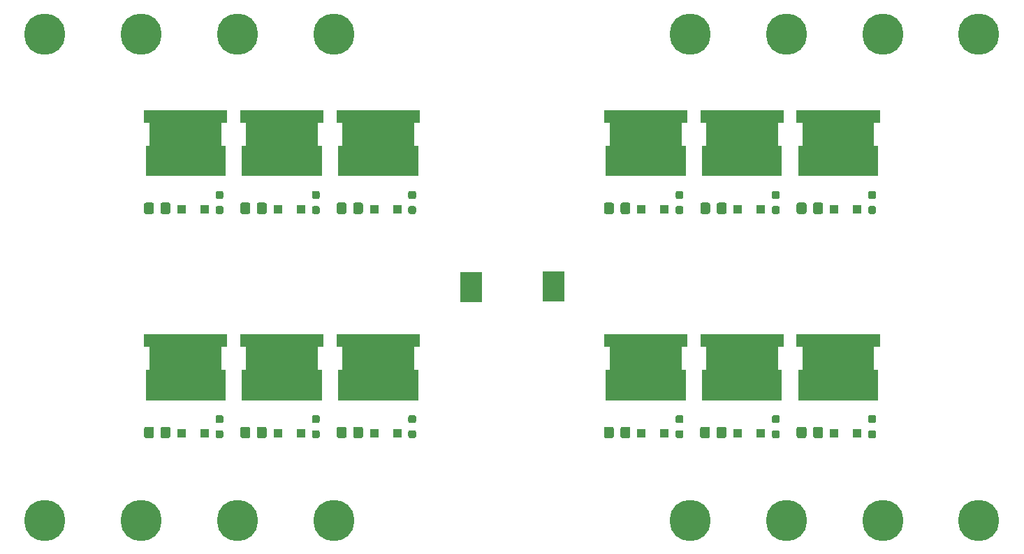
<source format=gbr>
%TF.GenerationSoftware,KiCad,Pcbnew,5.1.9*%
%TF.CreationDate,2021-04-12T00:54:04-03:00*%
%TF.ProjectId,Switches,53776974-6368-4657-932e-6b696361645f,rev?*%
%TF.SameCoordinates,Original*%
%TF.FileFunction,Soldermask,Bot*%
%TF.FilePolarity,Negative*%
%FSLAX46Y46*%
G04 Gerber Fmt 4.6, Leading zero omitted, Abs format (unit mm)*
G04 Created by KiCad (PCBNEW 5.1.9) date 2021-04-12 00:54:04*
%MOMM*%
%LPD*%
G01*
G04 APERTURE LIST*
%ADD10C,0.100000*%
%ADD11C,5.000000*%
%ADD12R,1.100000X1.100000*%
G04 APERTURE END LIST*
D10*
%TO.C,U102*%
G36*
X165942500Y-100367000D02*
G01*
X168482500Y-100367000D01*
X168482500Y-103923000D01*
X165942500Y-103923000D01*
X165942500Y-100367000D01*
G37*
X165942500Y-100367000D02*
X168482500Y-100367000D01*
X168482500Y-103923000D01*
X165942500Y-103923000D01*
X165942500Y-100367000D01*
%TO.C,U101*%
G36*
X158520000Y-103978000D02*
G01*
X155980000Y-103978000D01*
X155980000Y-100422000D01*
X158520000Y-100422000D01*
X158520000Y-103978000D01*
G37*
X158520000Y-103978000D02*
X155980000Y-103978000D01*
X155980000Y-100422000D01*
X158520000Y-100422000D01*
X158520000Y-103978000D01*
%TD*%
%TO.C,Q112*%
G36*
X206850000Y-108000000D02*
G01*
X206850000Y-109500000D01*
X206150000Y-109500000D01*
X206150000Y-112300000D01*
X206650000Y-112300000D01*
X206650000Y-116000000D01*
X196950000Y-116000000D01*
X196950000Y-112300000D01*
X197450000Y-112300000D01*
X197450000Y-109500000D01*
X196750000Y-109500000D01*
X196750000Y-108000000D01*
X206850000Y-108000000D01*
G37*
%TD*%
%TO.C,Q111*%
G36*
X195175000Y-108000000D02*
G01*
X195175000Y-109500000D01*
X194475000Y-109500000D01*
X194475000Y-112300000D01*
X194975000Y-112300000D01*
X194975000Y-116000000D01*
X185275000Y-116000000D01*
X185275000Y-112300000D01*
X185775000Y-112300000D01*
X185775000Y-109500000D01*
X185075000Y-109500000D01*
X185075000Y-108000000D01*
X195175000Y-108000000D01*
G37*
%TD*%
%TO.C,Q110*%
G36*
X183500000Y-108000000D02*
G01*
X183500000Y-109500000D01*
X182800000Y-109500000D01*
X182800000Y-112300000D01*
X183300000Y-112300000D01*
X183300000Y-116000000D01*
X173600000Y-116000000D01*
X173600000Y-112300000D01*
X174100000Y-112300000D01*
X174100000Y-109500000D01*
X173400000Y-109500000D01*
X173400000Y-108000000D01*
X183500000Y-108000000D01*
G37*
%TD*%
%TO.C,Q109*%
G36*
X151100000Y-108000000D02*
G01*
X151100000Y-109500000D01*
X150400000Y-109500000D01*
X150400000Y-112300000D01*
X150900000Y-112300000D01*
X150900000Y-116000000D01*
X141200000Y-116000000D01*
X141200000Y-112300000D01*
X141700000Y-112300000D01*
X141700000Y-109500000D01*
X141000000Y-109500000D01*
X141000000Y-108000000D01*
X151100000Y-108000000D01*
G37*
%TD*%
%TO.C,Q108*%
G36*
X139425000Y-108000000D02*
G01*
X139425000Y-109500000D01*
X138725000Y-109500000D01*
X138725000Y-112300000D01*
X139225000Y-112300000D01*
X139225000Y-116000000D01*
X129525000Y-116000000D01*
X129525000Y-112300000D01*
X130025000Y-112300000D01*
X130025000Y-109500000D01*
X129325000Y-109500000D01*
X129325000Y-108000000D01*
X139425000Y-108000000D01*
G37*
%TD*%
%TO.C,Q107*%
G36*
X127750000Y-108000000D02*
G01*
X127750000Y-109500000D01*
X127050000Y-109500000D01*
X127050000Y-112300000D01*
X127550000Y-112300000D01*
X127550000Y-116000000D01*
X117850000Y-116000000D01*
X117850000Y-112300000D01*
X118350000Y-112300000D01*
X118350000Y-109500000D01*
X117650000Y-109500000D01*
X117650000Y-108000000D01*
X127750000Y-108000000D01*
G37*
%TD*%
%TO.C,Q106*%
G36*
X206850000Y-80800000D02*
G01*
X206850000Y-82300000D01*
X206150000Y-82300000D01*
X206150000Y-85100000D01*
X206650000Y-85100000D01*
X206650000Y-88800000D01*
X196950000Y-88800000D01*
X196950000Y-85100000D01*
X197450000Y-85100000D01*
X197450000Y-82300000D01*
X196750000Y-82300000D01*
X196750000Y-80800000D01*
X206850000Y-80800000D01*
G37*
%TD*%
%TO.C,Q105*%
G36*
X195175000Y-80800000D02*
G01*
X195175000Y-82300000D01*
X194475000Y-82300000D01*
X194475000Y-85100000D01*
X194975000Y-85100000D01*
X194975000Y-88800000D01*
X185275000Y-88800000D01*
X185275000Y-85100000D01*
X185775000Y-85100000D01*
X185775000Y-82300000D01*
X185075000Y-82300000D01*
X185075000Y-80800000D01*
X195175000Y-80800000D01*
G37*
%TD*%
%TO.C,Q104*%
G36*
X183500000Y-80800000D02*
G01*
X183500000Y-82300000D01*
X182800000Y-82300000D01*
X182800000Y-85100000D01*
X183300000Y-85100000D01*
X183300000Y-88800000D01*
X173600000Y-88800000D01*
X173600000Y-85100000D01*
X174100000Y-85100000D01*
X174100000Y-82300000D01*
X173400000Y-82300000D01*
X173400000Y-80800000D01*
X183500000Y-80800000D01*
G37*
%TD*%
%TO.C,Q103*%
G36*
X151100000Y-80800000D02*
G01*
X151100000Y-82300000D01*
X150400000Y-82300000D01*
X150400000Y-85100000D01*
X150900000Y-85100000D01*
X150900000Y-88800000D01*
X141200000Y-88800000D01*
X141200000Y-85100000D01*
X141700000Y-85100000D01*
X141700000Y-82300000D01*
X141000000Y-82300000D01*
X141000000Y-80800000D01*
X151100000Y-80800000D01*
G37*
%TD*%
%TO.C,Q102*%
G36*
X139425000Y-80800000D02*
G01*
X139425000Y-82300000D01*
X138725000Y-82300000D01*
X138725000Y-85100000D01*
X139225000Y-85100000D01*
X139225000Y-88800000D01*
X129525000Y-88800000D01*
X129525000Y-85100000D01*
X130025000Y-85100000D01*
X130025000Y-82300000D01*
X129325000Y-82300000D01*
X129325000Y-80800000D01*
X139425000Y-80800000D01*
G37*
%TD*%
%TO.C,Q101*%
G36*
X127750000Y-80800000D02*
G01*
X127750000Y-82300000D01*
X127050000Y-82300000D01*
X127050000Y-85100000D01*
X127550000Y-85100000D01*
X127550000Y-88800000D01*
X117850000Y-88800000D01*
X117850000Y-85100000D01*
X118350000Y-85100000D01*
X118350000Y-82300000D01*
X117650000Y-82300000D01*
X117650000Y-80800000D01*
X127750000Y-80800000D01*
G37*
%TD*%
D11*
%TO.C,J102*%
X105650000Y-71550000D03*
X117316666Y-71550000D03*
X128983332Y-71550000D03*
X140650000Y-71550000D03*
X218850000Y-71550000D03*
X207183332Y-71550000D03*
X183850000Y-71550000D03*
X195516666Y-71550000D03*
%TD*%
%TO.C,J101*%
X218850000Y-130550000D03*
X207183334Y-130550000D03*
X195516668Y-130550000D03*
X183850000Y-130550000D03*
X105650000Y-130550000D03*
X117316668Y-130550000D03*
X140650000Y-130550000D03*
X128983334Y-130550000D03*
%TD*%
D12*
%TO.C,D117*%
X204100000Y-120000000D03*
X201300000Y-120000000D03*
%TD*%
%TO.C,D116*%
X192425000Y-120000000D03*
X189625000Y-120000000D03*
%TD*%
%TO.C,D115*%
X180750000Y-120000000D03*
X177950000Y-120000000D03*
%TD*%
%TO.C,D113*%
X204100000Y-92800000D03*
X201300000Y-92800000D03*
%TD*%
%TO.C,D112*%
X192425000Y-92800000D03*
X189625000Y-92800000D03*
%TD*%
%TO.C,D109*%
X180750000Y-92800000D03*
X177950000Y-92800000D03*
%TD*%
%TO.C,D108*%
X148350000Y-120000000D03*
X145550000Y-120000000D03*
%TD*%
%TO.C,D107*%
X136675000Y-120000000D03*
X133875000Y-120000000D03*
%TD*%
%TO.C,D106*%
X125000000Y-120000000D03*
X122200000Y-120000000D03*
%TD*%
%TO.C,D105*%
X148350000Y-92800000D03*
X145550000Y-92800000D03*
%TD*%
%TO.C,D104*%
X136675000Y-92800000D03*
X133875000Y-92800000D03*
%TD*%
%TO.C,D101*%
X125000000Y-92800000D03*
X122200000Y-92800000D03*
%TD*%
%TO.C,R135*%
G36*
G01*
X206137500Y-118775000D02*
X205662500Y-118775000D01*
G75*
G02*
X205425000Y-118537500I0J237500D01*
G01*
X205425000Y-118037500D01*
G75*
G02*
X205662500Y-117800000I237500J0D01*
G01*
X206137500Y-117800000D01*
G75*
G02*
X206375000Y-118037500I0J-237500D01*
G01*
X206375000Y-118537500D01*
G75*
G02*
X206137500Y-118775000I-237500J0D01*
G01*
G37*
G36*
G01*
X206137500Y-120600000D02*
X205662500Y-120600000D01*
G75*
G02*
X205425000Y-120362500I0J237500D01*
G01*
X205425000Y-119862500D01*
G75*
G02*
X205662500Y-119625000I237500J0D01*
G01*
X206137500Y-119625000D01*
G75*
G02*
X206375000Y-119862500I0J-237500D01*
G01*
X206375000Y-120362500D01*
G75*
G02*
X206137500Y-120600000I-237500J0D01*
G01*
G37*
%TD*%
%TO.C,R134*%
G36*
G01*
X194462500Y-118775000D02*
X193987500Y-118775000D01*
G75*
G02*
X193750000Y-118537500I0J237500D01*
G01*
X193750000Y-118037500D01*
G75*
G02*
X193987500Y-117800000I237500J0D01*
G01*
X194462500Y-117800000D01*
G75*
G02*
X194700000Y-118037500I0J-237500D01*
G01*
X194700000Y-118537500D01*
G75*
G02*
X194462500Y-118775000I-237500J0D01*
G01*
G37*
G36*
G01*
X194462500Y-120600000D02*
X193987500Y-120600000D01*
G75*
G02*
X193750000Y-120362500I0J237500D01*
G01*
X193750000Y-119862500D01*
G75*
G02*
X193987500Y-119625000I237500J0D01*
G01*
X194462500Y-119625000D01*
G75*
G02*
X194700000Y-119862500I0J-237500D01*
G01*
X194700000Y-120362500D01*
G75*
G02*
X194462500Y-120600000I-237500J0D01*
G01*
G37*
%TD*%
%TO.C,R133*%
G36*
G01*
X182787500Y-118775000D02*
X182312500Y-118775000D01*
G75*
G02*
X182075000Y-118537500I0J237500D01*
G01*
X182075000Y-118037500D01*
G75*
G02*
X182312500Y-117800000I237500J0D01*
G01*
X182787500Y-117800000D01*
G75*
G02*
X183025000Y-118037500I0J-237500D01*
G01*
X183025000Y-118537500D01*
G75*
G02*
X182787500Y-118775000I-237500J0D01*
G01*
G37*
G36*
G01*
X182787500Y-120600000D02*
X182312500Y-120600000D01*
G75*
G02*
X182075000Y-120362500I0J237500D01*
G01*
X182075000Y-119862500D01*
G75*
G02*
X182312500Y-119625000I237500J0D01*
G01*
X182787500Y-119625000D01*
G75*
G02*
X183025000Y-119862500I0J-237500D01*
G01*
X183025000Y-120362500D01*
G75*
G02*
X182787500Y-120600000I-237500J0D01*
G01*
G37*
%TD*%
%TO.C,R132*%
G36*
G01*
X206137500Y-91575000D02*
X205662500Y-91575000D01*
G75*
G02*
X205425000Y-91337500I0J237500D01*
G01*
X205425000Y-90837500D01*
G75*
G02*
X205662500Y-90600000I237500J0D01*
G01*
X206137500Y-90600000D01*
G75*
G02*
X206375000Y-90837500I0J-237500D01*
G01*
X206375000Y-91337500D01*
G75*
G02*
X206137500Y-91575000I-237500J0D01*
G01*
G37*
G36*
G01*
X206137500Y-93400000D02*
X205662500Y-93400000D01*
G75*
G02*
X205425000Y-93162500I0J237500D01*
G01*
X205425000Y-92662500D01*
G75*
G02*
X205662500Y-92425000I237500J0D01*
G01*
X206137500Y-92425000D01*
G75*
G02*
X206375000Y-92662500I0J-237500D01*
G01*
X206375000Y-93162500D01*
G75*
G02*
X206137500Y-93400000I-237500J0D01*
G01*
G37*
%TD*%
%TO.C,R131*%
G36*
G01*
X194462500Y-91575000D02*
X193987500Y-91575000D01*
G75*
G02*
X193750000Y-91337500I0J237500D01*
G01*
X193750000Y-90837500D01*
G75*
G02*
X193987500Y-90600000I237500J0D01*
G01*
X194462500Y-90600000D01*
G75*
G02*
X194700000Y-90837500I0J-237500D01*
G01*
X194700000Y-91337500D01*
G75*
G02*
X194462500Y-91575000I-237500J0D01*
G01*
G37*
G36*
G01*
X194462500Y-93400000D02*
X193987500Y-93400000D01*
G75*
G02*
X193750000Y-93162500I0J237500D01*
G01*
X193750000Y-92662500D01*
G75*
G02*
X193987500Y-92425000I237500J0D01*
G01*
X194462500Y-92425000D01*
G75*
G02*
X194700000Y-92662500I0J-237500D01*
G01*
X194700000Y-93162500D01*
G75*
G02*
X194462500Y-93400000I-237500J0D01*
G01*
G37*
%TD*%
%TO.C,R130*%
G36*
G01*
X182787500Y-91575000D02*
X182312500Y-91575000D01*
G75*
G02*
X182075000Y-91337500I0J237500D01*
G01*
X182075000Y-90837500D01*
G75*
G02*
X182312500Y-90600000I237500J0D01*
G01*
X182787500Y-90600000D01*
G75*
G02*
X183025000Y-90837500I0J-237500D01*
G01*
X183025000Y-91337500D01*
G75*
G02*
X182787500Y-91575000I-237500J0D01*
G01*
G37*
G36*
G01*
X182787500Y-93400000D02*
X182312500Y-93400000D01*
G75*
G02*
X182075000Y-93162500I0J237500D01*
G01*
X182075000Y-92662500D01*
G75*
G02*
X182312500Y-92425000I237500J0D01*
G01*
X182787500Y-92425000D01*
G75*
G02*
X183025000Y-92662500I0J-237500D01*
G01*
X183025000Y-93162500D01*
G75*
G02*
X182787500Y-93400000I-237500J0D01*
G01*
G37*
%TD*%
%TO.C,R129*%
G36*
G01*
X150387500Y-118775000D02*
X149912500Y-118775000D01*
G75*
G02*
X149675000Y-118537500I0J237500D01*
G01*
X149675000Y-118037500D01*
G75*
G02*
X149912500Y-117800000I237500J0D01*
G01*
X150387500Y-117800000D01*
G75*
G02*
X150625000Y-118037500I0J-237500D01*
G01*
X150625000Y-118537500D01*
G75*
G02*
X150387500Y-118775000I-237500J0D01*
G01*
G37*
G36*
G01*
X150387500Y-120600000D02*
X149912500Y-120600000D01*
G75*
G02*
X149675000Y-120362500I0J237500D01*
G01*
X149675000Y-119862500D01*
G75*
G02*
X149912500Y-119625000I237500J0D01*
G01*
X150387500Y-119625000D01*
G75*
G02*
X150625000Y-119862500I0J-237500D01*
G01*
X150625000Y-120362500D01*
G75*
G02*
X150387500Y-120600000I-237500J0D01*
G01*
G37*
%TD*%
%TO.C,R128*%
G36*
G01*
X138712500Y-118775000D02*
X138237500Y-118775000D01*
G75*
G02*
X138000000Y-118537500I0J237500D01*
G01*
X138000000Y-118037500D01*
G75*
G02*
X138237500Y-117800000I237500J0D01*
G01*
X138712500Y-117800000D01*
G75*
G02*
X138950000Y-118037500I0J-237500D01*
G01*
X138950000Y-118537500D01*
G75*
G02*
X138712500Y-118775000I-237500J0D01*
G01*
G37*
G36*
G01*
X138712500Y-120600000D02*
X138237500Y-120600000D01*
G75*
G02*
X138000000Y-120362500I0J237500D01*
G01*
X138000000Y-119862500D01*
G75*
G02*
X138237500Y-119625000I237500J0D01*
G01*
X138712500Y-119625000D01*
G75*
G02*
X138950000Y-119862500I0J-237500D01*
G01*
X138950000Y-120362500D01*
G75*
G02*
X138712500Y-120600000I-237500J0D01*
G01*
G37*
%TD*%
%TO.C,R127*%
G36*
G01*
X127037500Y-118775000D02*
X126562500Y-118775000D01*
G75*
G02*
X126325000Y-118537500I0J237500D01*
G01*
X126325000Y-118037500D01*
G75*
G02*
X126562500Y-117800000I237500J0D01*
G01*
X127037500Y-117800000D01*
G75*
G02*
X127275000Y-118037500I0J-237500D01*
G01*
X127275000Y-118537500D01*
G75*
G02*
X127037500Y-118775000I-237500J0D01*
G01*
G37*
G36*
G01*
X127037500Y-120600000D02*
X126562500Y-120600000D01*
G75*
G02*
X126325000Y-120362500I0J237500D01*
G01*
X126325000Y-119862500D01*
G75*
G02*
X126562500Y-119625000I237500J0D01*
G01*
X127037500Y-119625000D01*
G75*
G02*
X127275000Y-119862500I0J-237500D01*
G01*
X127275000Y-120362500D01*
G75*
G02*
X127037500Y-120600000I-237500J0D01*
G01*
G37*
%TD*%
%TO.C,R126*%
G36*
G01*
X150387500Y-91575000D02*
X149912500Y-91575000D01*
G75*
G02*
X149675000Y-91337500I0J237500D01*
G01*
X149675000Y-90837500D01*
G75*
G02*
X149912500Y-90600000I237500J0D01*
G01*
X150387500Y-90600000D01*
G75*
G02*
X150625000Y-90837500I0J-237500D01*
G01*
X150625000Y-91337500D01*
G75*
G02*
X150387500Y-91575000I-237500J0D01*
G01*
G37*
G36*
G01*
X150387500Y-93400000D02*
X149912500Y-93400000D01*
G75*
G02*
X149675000Y-93162500I0J237500D01*
G01*
X149675000Y-92662500D01*
G75*
G02*
X149912500Y-92425000I237500J0D01*
G01*
X150387500Y-92425000D01*
G75*
G02*
X150625000Y-92662500I0J-237500D01*
G01*
X150625000Y-93162500D01*
G75*
G02*
X150387500Y-93400000I-237500J0D01*
G01*
G37*
%TD*%
%TO.C,R125*%
G36*
G01*
X138712500Y-91575000D02*
X138237500Y-91575000D01*
G75*
G02*
X138000000Y-91337500I0J237500D01*
G01*
X138000000Y-90837500D01*
G75*
G02*
X138237500Y-90600000I237500J0D01*
G01*
X138712500Y-90600000D01*
G75*
G02*
X138950000Y-90837500I0J-237500D01*
G01*
X138950000Y-91337500D01*
G75*
G02*
X138712500Y-91575000I-237500J0D01*
G01*
G37*
G36*
G01*
X138712500Y-93400000D02*
X138237500Y-93400000D01*
G75*
G02*
X138000000Y-93162500I0J237500D01*
G01*
X138000000Y-92662500D01*
G75*
G02*
X138237500Y-92425000I237500J0D01*
G01*
X138712500Y-92425000D01*
G75*
G02*
X138950000Y-92662500I0J-237500D01*
G01*
X138950000Y-93162500D01*
G75*
G02*
X138712500Y-93400000I-237500J0D01*
G01*
G37*
%TD*%
%TO.C,R124*%
G36*
G01*
X127037500Y-91575000D02*
X126562500Y-91575000D01*
G75*
G02*
X126325000Y-91337500I0J237500D01*
G01*
X126325000Y-90837500D01*
G75*
G02*
X126562500Y-90600000I237500J0D01*
G01*
X127037500Y-90600000D01*
G75*
G02*
X127275000Y-90837500I0J-237500D01*
G01*
X127275000Y-91337500D01*
G75*
G02*
X127037500Y-91575000I-237500J0D01*
G01*
G37*
G36*
G01*
X127037500Y-93400000D02*
X126562500Y-93400000D01*
G75*
G02*
X126325000Y-93162500I0J237500D01*
G01*
X126325000Y-92662500D01*
G75*
G02*
X126562500Y-92425000I237500J0D01*
G01*
X127037500Y-92425000D01*
G75*
G02*
X127275000Y-92662500I0J-237500D01*
G01*
X127275000Y-93162500D01*
G75*
G02*
X127037500Y-93400000I-237500J0D01*
G01*
G37*
%TD*%
%TO.C,R114*%
G36*
G01*
X175400000Y-120350001D02*
X175400000Y-119449999D01*
G75*
G02*
X175649999Y-119200000I249999J0D01*
G01*
X176350001Y-119200000D01*
G75*
G02*
X176600000Y-119449999I0J-249999D01*
G01*
X176600000Y-120350001D01*
G75*
G02*
X176350001Y-120600000I-249999J0D01*
G01*
X175649999Y-120600000D01*
G75*
G02*
X175400000Y-120350001I0J249999D01*
G01*
G37*
G36*
G01*
X173400000Y-120350001D02*
X173400000Y-119449999D01*
G75*
G02*
X173649999Y-119200000I249999J0D01*
G01*
X174350001Y-119200000D01*
G75*
G02*
X174600000Y-119449999I0J-249999D01*
G01*
X174600000Y-120350001D01*
G75*
G02*
X174350001Y-120600000I-249999J0D01*
G01*
X173649999Y-120600000D01*
G75*
G02*
X173400000Y-120350001I0J249999D01*
G01*
G37*
%TD*%
%TO.C,R113*%
G36*
G01*
X198750000Y-93150001D02*
X198750000Y-92249999D01*
G75*
G02*
X198999999Y-92000000I249999J0D01*
G01*
X199700001Y-92000000D01*
G75*
G02*
X199950000Y-92249999I0J-249999D01*
G01*
X199950000Y-93150001D01*
G75*
G02*
X199700001Y-93400000I-249999J0D01*
G01*
X198999999Y-93400000D01*
G75*
G02*
X198750000Y-93150001I0J249999D01*
G01*
G37*
G36*
G01*
X196750000Y-93150001D02*
X196750000Y-92249999D01*
G75*
G02*
X196999999Y-92000000I249999J0D01*
G01*
X197700001Y-92000000D01*
G75*
G02*
X197950000Y-92249999I0J-249999D01*
G01*
X197950000Y-93150001D01*
G75*
G02*
X197700001Y-93400000I-249999J0D01*
G01*
X196999999Y-93400000D01*
G75*
G02*
X196750000Y-93150001I0J249999D01*
G01*
G37*
%TD*%
%TO.C,R115*%
G36*
G01*
X187050000Y-120350001D02*
X187050000Y-119449999D01*
G75*
G02*
X187299999Y-119200000I249999J0D01*
G01*
X188000001Y-119200000D01*
G75*
G02*
X188250000Y-119449999I0J-249999D01*
G01*
X188250000Y-120350001D01*
G75*
G02*
X188000001Y-120600000I-249999J0D01*
G01*
X187299999Y-120600000D01*
G75*
G02*
X187050000Y-120350001I0J249999D01*
G01*
G37*
G36*
G01*
X185050000Y-120350001D02*
X185050000Y-119449999D01*
G75*
G02*
X185299999Y-119200000I249999J0D01*
G01*
X186000001Y-119200000D01*
G75*
G02*
X186250000Y-119449999I0J-249999D01*
G01*
X186250000Y-120350001D01*
G75*
G02*
X186000001Y-120600000I-249999J0D01*
G01*
X185299999Y-120600000D01*
G75*
G02*
X185050000Y-120350001I0J249999D01*
G01*
G37*
%TD*%
%TO.C,R116*%
G36*
G01*
X198750000Y-120350001D02*
X198750000Y-119449999D01*
G75*
G02*
X198999999Y-119200000I249999J0D01*
G01*
X199700001Y-119200000D01*
G75*
G02*
X199950000Y-119449999I0J-249999D01*
G01*
X199950000Y-120350001D01*
G75*
G02*
X199700001Y-120600000I-249999J0D01*
G01*
X198999999Y-120600000D01*
G75*
G02*
X198750000Y-120350001I0J249999D01*
G01*
G37*
G36*
G01*
X196750000Y-120350001D02*
X196750000Y-119449999D01*
G75*
G02*
X196999999Y-119200000I249999J0D01*
G01*
X197700001Y-119200000D01*
G75*
G02*
X197950000Y-119449999I0J-249999D01*
G01*
X197950000Y-120350001D01*
G75*
G02*
X197700001Y-120600000I-249999J0D01*
G01*
X196999999Y-120600000D01*
G75*
G02*
X196750000Y-120350001I0J249999D01*
G01*
G37*
%TD*%
%TO.C,R103*%
G36*
G01*
X119650000Y-93150001D02*
X119650000Y-92249999D01*
G75*
G02*
X119899999Y-92000000I249999J0D01*
G01*
X120600001Y-92000000D01*
G75*
G02*
X120850000Y-92249999I0J-249999D01*
G01*
X120850000Y-93150001D01*
G75*
G02*
X120600001Y-93400000I-249999J0D01*
G01*
X119899999Y-93400000D01*
G75*
G02*
X119650000Y-93150001I0J249999D01*
G01*
G37*
G36*
G01*
X117650000Y-93150001D02*
X117650000Y-92249999D01*
G75*
G02*
X117899999Y-92000000I249999J0D01*
G01*
X118600001Y-92000000D01*
G75*
G02*
X118850000Y-92249999I0J-249999D01*
G01*
X118850000Y-93150001D01*
G75*
G02*
X118600001Y-93400000I-249999J0D01*
G01*
X117899999Y-93400000D01*
G75*
G02*
X117650000Y-93150001I0J249999D01*
G01*
G37*
%TD*%
%TO.C,R107*%
G36*
G01*
X131325000Y-120350001D02*
X131325000Y-119449999D01*
G75*
G02*
X131574999Y-119200000I249999J0D01*
G01*
X132275001Y-119200000D01*
G75*
G02*
X132525000Y-119449999I0J-249999D01*
G01*
X132525000Y-120350001D01*
G75*
G02*
X132275001Y-120600000I-249999J0D01*
G01*
X131574999Y-120600000D01*
G75*
G02*
X131325000Y-120350001I0J249999D01*
G01*
G37*
G36*
G01*
X129325000Y-120350001D02*
X129325000Y-119449999D01*
G75*
G02*
X129574999Y-119200000I249999J0D01*
G01*
X130275001Y-119200000D01*
G75*
G02*
X130525000Y-119449999I0J-249999D01*
G01*
X130525000Y-120350001D01*
G75*
G02*
X130275001Y-120600000I-249999J0D01*
G01*
X129574999Y-120600000D01*
G75*
G02*
X129325000Y-120350001I0J249999D01*
G01*
G37*
%TD*%
%TO.C,R104*%
G36*
G01*
X131325000Y-93150001D02*
X131325000Y-92249999D01*
G75*
G02*
X131574999Y-92000000I249999J0D01*
G01*
X132275001Y-92000000D01*
G75*
G02*
X132525000Y-92249999I0J-249999D01*
G01*
X132525000Y-93150001D01*
G75*
G02*
X132275001Y-93400000I-249999J0D01*
G01*
X131574999Y-93400000D01*
G75*
G02*
X131325000Y-93150001I0J249999D01*
G01*
G37*
G36*
G01*
X129325000Y-93150001D02*
X129325000Y-92249999D01*
G75*
G02*
X129574999Y-92000000I249999J0D01*
G01*
X130275001Y-92000000D01*
G75*
G02*
X130525000Y-92249999I0J-249999D01*
G01*
X130525000Y-93150001D01*
G75*
G02*
X130275001Y-93400000I-249999J0D01*
G01*
X129574999Y-93400000D01*
G75*
G02*
X129325000Y-93150001I0J249999D01*
G01*
G37*
%TD*%
%TO.C,R105*%
G36*
G01*
X143000000Y-93150001D02*
X143000000Y-92249999D01*
G75*
G02*
X143249999Y-92000000I249999J0D01*
G01*
X143950001Y-92000000D01*
G75*
G02*
X144200000Y-92249999I0J-249999D01*
G01*
X144200000Y-93150001D01*
G75*
G02*
X143950001Y-93400000I-249999J0D01*
G01*
X143249999Y-93400000D01*
G75*
G02*
X143000000Y-93150001I0J249999D01*
G01*
G37*
G36*
G01*
X141000000Y-93150001D02*
X141000000Y-92249999D01*
G75*
G02*
X141249999Y-92000000I249999J0D01*
G01*
X141950001Y-92000000D01*
G75*
G02*
X142200000Y-92249999I0J-249999D01*
G01*
X142200000Y-93150001D01*
G75*
G02*
X141950001Y-93400000I-249999J0D01*
G01*
X141249999Y-93400000D01*
G75*
G02*
X141000000Y-93150001I0J249999D01*
G01*
G37*
%TD*%
%TO.C,R112*%
G36*
G01*
X187075000Y-93150001D02*
X187075000Y-92249999D01*
G75*
G02*
X187324999Y-92000000I249999J0D01*
G01*
X188025001Y-92000000D01*
G75*
G02*
X188275000Y-92249999I0J-249999D01*
G01*
X188275000Y-93150001D01*
G75*
G02*
X188025001Y-93400000I-249999J0D01*
G01*
X187324999Y-93400000D01*
G75*
G02*
X187075000Y-93150001I0J249999D01*
G01*
G37*
G36*
G01*
X185075000Y-93150001D02*
X185075000Y-92249999D01*
G75*
G02*
X185324999Y-92000000I249999J0D01*
G01*
X186025001Y-92000000D01*
G75*
G02*
X186275000Y-92249999I0J-249999D01*
G01*
X186275000Y-93150001D01*
G75*
G02*
X186025001Y-93400000I-249999J0D01*
G01*
X185324999Y-93400000D01*
G75*
G02*
X185075000Y-93150001I0J249999D01*
G01*
G37*
%TD*%
%TO.C,R108*%
G36*
G01*
X143000000Y-120350001D02*
X143000000Y-119449999D01*
G75*
G02*
X143249999Y-119200000I249999J0D01*
G01*
X143950001Y-119200000D01*
G75*
G02*
X144200000Y-119449999I0J-249999D01*
G01*
X144200000Y-120350001D01*
G75*
G02*
X143950001Y-120600000I-249999J0D01*
G01*
X143249999Y-120600000D01*
G75*
G02*
X143000000Y-120350001I0J249999D01*
G01*
G37*
G36*
G01*
X141000000Y-120350001D02*
X141000000Y-119449999D01*
G75*
G02*
X141249999Y-119200000I249999J0D01*
G01*
X141950001Y-119200000D01*
G75*
G02*
X142200000Y-119449999I0J-249999D01*
G01*
X142200000Y-120350001D01*
G75*
G02*
X141950001Y-120600000I-249999J0D01*
G01*
X141249999Y-120600000D01*
G75*
G02*
X141000000Y-120350001I0J249999D01*
G01*
G37*
%TD*%
%TO.C,R106*%
G36*
G01*
X119650000Y-120350001D02*
X119650000Y-119449999D01*
G75*
G02*
X119899999Y-119200000I249999J0D01*
G01*
X120600001Y-119200000D01*
G75*
G02*
X120850000Y-119449999I0J-249999D01*
G01*
X120850000Y-120350001D01*
G75*
G02*
X120600001Y-120600000I-249999J0D01*
G01*
X119899999Y-120600000D01*
G75*
G02*
X119650000Y-120350001I0J249999D01*
G01*
G37*
G36*
G01*
X117650000Y-120350001D02*
X117650000Y-119449999D01*
G75*
G02*
X117899999Y-119200000I249999J0D01*
G01*
X118600001Y-119200000D01*
G75*
G02*
X118850000Y-119449999I0J-249999D01*
G01*
X118850000Y-120350001D01*
G75*
G02*
X118600001Y-120600000I-249999J0D01*
G01*
X117899999Y-120600000D01*
G75*
G02*
X117650000Y-120350001I0J249999D01*
G01*
G37*
%TD*%
%TO.C,R111*%
G36*
G01*
X175400000Y-93150001D02*
X175400000Y-92249999D01*
G75*
G02*
X175649999Y-92000000I249999J0D01*
G01*
X176350001Y-92000000D01*
G75*
G02*
X176600000Y-92249999I0J-249999D01*
G01*
X176600000Y-93150001D01*
G75*
G02*
X176350001Y-93400000I-249999J0D01*
G01*
X175649999Y-93400000D01*
G75*
G02*
X175400000Y-93150001I0J249999D01*
G01*
G37*
G36*
G01*
X173400000Y-93150001D02*
X173400000Y-92249999D01*
G75*
G02*
X173649999Y-92000000I249999J0D01*
G01*
X174350001Y-92000000D01*
G75*
G02*
X174600000Y-92249999I0J-249999D01*
G01*
X174600000Y-93150001D01*
G75*
G02*
X174350001Y-93400000I-249999J0D01*
G01*
X173649999Y-93400000D01*
G75*
G02*
X173400000Y-93150001I0J249999D01*
G01*
G37*
%TD*%
M02*

</source>
